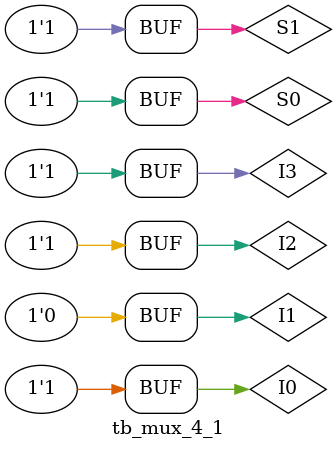
<source format=v>
module tb_mux_4_1;
  reg I0, I1, I2, I3, S0, S1;
  wire OUT;

  mux_behave mux_ex(.out(OUT), .i0(I0), .i1(I1), .i2(I2), .i3(I3), .s1(S1), .s0(S0));

  initial begin
    I0 = 1; I1 = 0; I2 = 1; I3 = 1;
    $monitor("S1=%b, S0=%b → OUT=%b", S1, S0, OUT);
    #100 S1=0; S0=0;
    #100 S1=0; S0=1;
    #100 S1=1; S0=0;
    #100 S1=1; S0=1;
  end

  initial begin
    $dumpfile("dump.vcd");
    $dumpvars;
  end
endmodule

</source>
